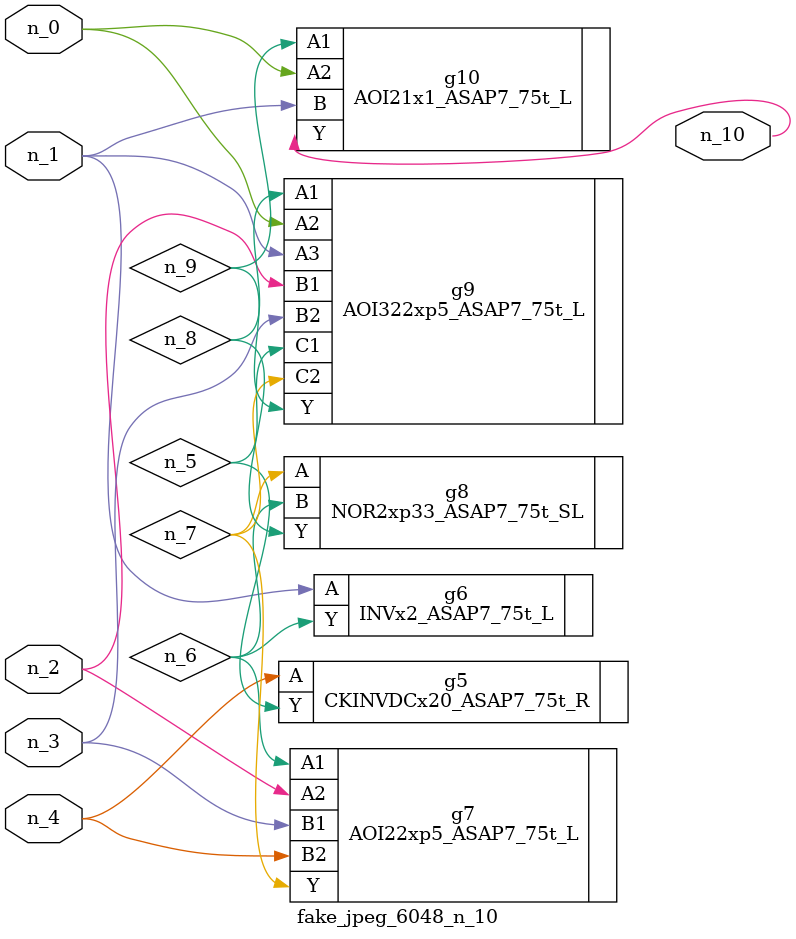
<source format=v>
module fake_jpeg_6048_n_10 (n_3, n_2, n_1, n_0, n_4, n_10);

input n_3;
input n_2;
input n_1;
input n_0;
input n_4;

output n_10;

wire n_8;
wire n_9;
wire n_6;
wire n_5;
wire n_7;

CKINVDCx20_ASAP7_75t_R g5 ( 
.A(n_4),
.Y(n_5)
);

INVx2_ASAP7_75t_L g6 ( 
.A(n_1),
.Y(n_6)
);

AOI22xp5_ASAP7_75t_L g7 ( 
.A1(n_6),
.A2(n_2),
.B1(n_3),
.B2(n_4),
.Y(n_7)
);

NOR2xp33_ASAP7_75t_SL g8 ( 
.A(n_7),
.B(n_6),
.Y(n_8)
);

AOI322xp5_ASAP7_75t_L g9 ( 
.A1(n_8),
.A2(n_0),
.A3(n_1),
.B1(n_2),
.B2(n_3),
.C1(n_5),
.C2(n_7),
.Y(n_9)
);

AOI21x1_ASAP7_75t_L g10 ( 
.A1(n_9),
.A2(n_0),
.B(n_1),
.Y(n_10)
);


endmodule
</source>
